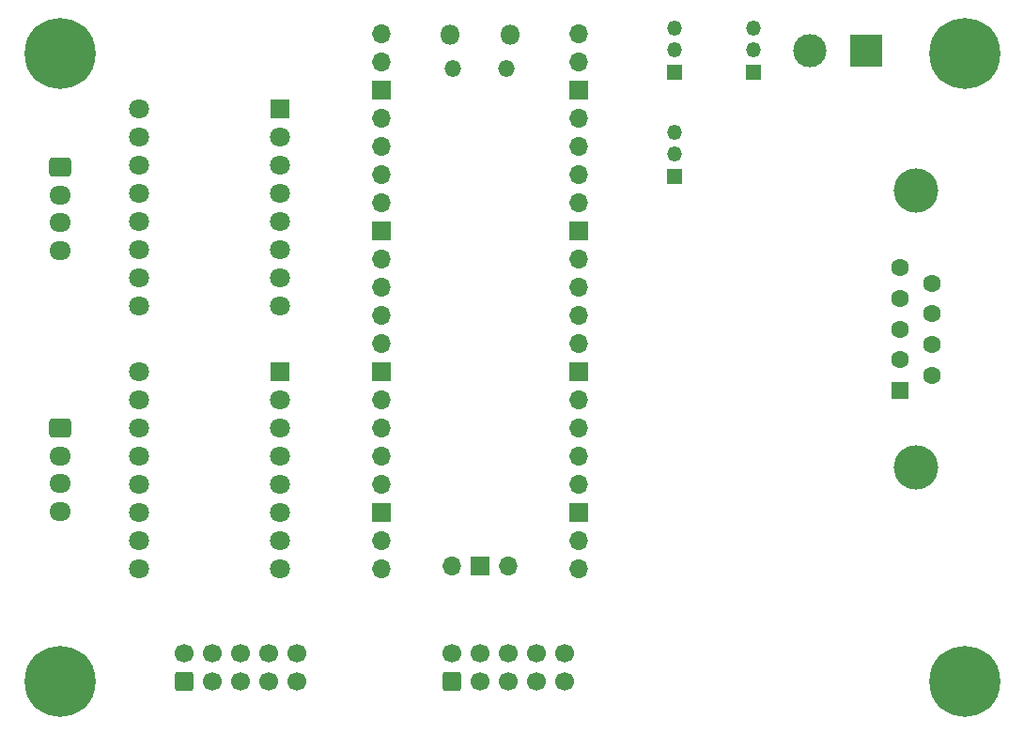
<source format=gbr>
%TF.GenerationSoftware,KiCad,Pcbnew,(7.0.0)*%
%TF.CreationDate,2023-04-01T02:11:53+13:00*%
%TF.ProjectId,pico_expansion_board,7069636f-5f65-4787-9061-6e73696f6e5f,rev?*%
%TF.SameCoordinates,Original*%
%TF.FileFunction,Soldermask,Bot*%
%TF.FilePolarity,Negative*%
%FSLAX46Y46*%
G04 Gerber Fmt 4.6, Leading zero omitted, Abs format (unit mm)*
G04 Created by KiCad (PCBNEW (7.0.0)) date 2023-04-01 02:11:53*
%MOMM*%
%LPD*%
G01*
G04 APERTURE LIST*
G04 Aperture macros list*
%AMRoundRect*
0 Rectangle with rounded corners*
0 $1 Rounding radius*
0 $2 $3 $4 $5 $6 $7 $8 $9 X,Y pos of 4 corners*
0 Add a 4 corners polygon primitive as box body*
4,1,4,$2,$3,$4,$5,$6,$7,$8,$9,$2,$3,0*
0 Add four circle primitives for the rounded corners*
1,1,$1+$1,$2,$3*
1,1,$1+$1,$4,$5*
1,1,$1+$1,$6,$7*
1,1,$1+$1,$8,$9*
0 Add four rect primitives between the rounded corners*
20,1,$1+$1,$2,$3,$4,$5,0*
20,1,$1+$1,$4,$5,$6,$7,0*
20,1,$1+$1,$6,$7,$8,$9,0*
20,1,$1+$1,$8,$9,$2,$3,0*%
G04 Aperture macros list end*
%ADD10R,1.350000X1.350000*%
%ADD11O,1.350000X1.350000*%
%ADD12C,6.400000*%
%ADD13C,4.000000*%
%ADD14R,1.600000X1.600000*%
%ADD15C,1.600000*%
%ADD16RoundRect,0.250000X0.600000X-0.600000X0.600000X0.600000X-0.600000X0.600000X-0.600000X-0.600000X0*%
%ADD17C,1.700000*%
%ADD18R,3.000000X3.000000*%
%ADD19C,3.000000*%
%ADD20RoundRect,0.250000X-0.725000X0.600000X-0.725000X-0.600000X0.725000X-0.600000X0.725000X0.600000X0*%
%ADD21O,1.950000X1.700000*%
%ADD22O,1.800000X1.800000*%
%ADD23O,1.500000X1.500000*%
%ADD24O,1.700000X1.700000*%
%ADD25R,1.700000X1.700000*%
%ADD26R,1.800000X1.800000*%
%ADD27C,1.800000*%
G04 APERTURE END LIST*
D10*
%TO.C,JP7*%
X130555999Y-90359999D03*
D11*
X130555999Y-88359999D03*
X130555999Y-86359999D03*
%TD*%
D10*
%TO.C,JP6*%
X137667999Y-80961999D03*
D11*
X137667999Y-78961999D03*
X137667999Y-76961999D03*
%TD*%
D10*
%TO.C,JP5*%
X130555999Y-80961999D03*
D11*
X130555999Y-78961999D03*
X130555999Y-76961999D03*
%TD*%
D12*
%TO.C,H4*%
X156718000Y-135890000D03*
%TD*%
D13*
%TO.C,J6*%
X152331669Y-116650000D03*
X152331669Y-91650000D03*
D14*
X150911668Y-109689999D03*
D15*
X150911669Y-106920000D03*
X150911669Y-104150000D03*
X150911669Y-101380000D03*
X150911669Y-98610000D03*
X153751669Y-108305000D03*
X153751669Y-105535000D03*
X153751669Y-102765000D03*
X153751669Y-99995000D03*
%TD*%
D12*
%TO.C,H2*%
X75184000Y-79248000D03*
%TD*%
%TO.C,H3*%
X156718000Y-79248000D03*
%TD*%
D16*
%TO.C,J8*%
X110490000Y-135890000D03*
D17*
X110490000Y-133350000D03*
X113030000Y-135890000D03*
X113030000Y-133350000D03*
X115570000Y-135890000D03*
X115570000Y-133350000D03*
X118110000Y-135890000D03*
X118110000Y-133350000D03*
X120650000Y-135890000D03*
X120650000Y-133350000D03*
%TD*%
D18*
%TO.C,J1*%
X147827999Y-78993999D03*
D19*
X142748000Y-78994000D03*
%TD*%
D12*
%TO.C,H1*%
X75184000Y-135890000D03*
%TD*%
D20*
%TO.C,J4*%
X75184000Y-89528000D03*
D21*
X75183999Y-92027999D03*
X75183999Y-94527999D03*
X75183999Y-97027999D03*
%TD*%
D20*
%TO.C,J5*%
X75184000Y-113070000D03*
D21*
X75183999Y-115569999D03*
X75183999Y-118069999D03*
X75183999Y-120569999D03*
%TD*%
D22*
%TO.C,U2*%
X110304999Y-77599999D03*
D23*
X110604999Y-80629999D03*
X115454999Y-80629999D03*
D22*
X115754999Y-77599999D03*
D24*
X104139999Y-77469999D03*
X104139999Y-80009999D03*
D25*
X104139999Y-82549999D03*
D24*
X104139999Y-85089999D03*
X104139999Y-87629999D03*
X104139999Y-90169999D03*
X104139999Y-92709999D03*
D25*
X104139999Y-95249999D03*
D24*
X104139999Y-97789999D03*
X104139999Y-100329999D03*
X104139999Y-102869999D03*
X104139999Y-105409999D03*
D25*
X104139999Y-107949999D03*
D24*
X104139999Y-110489999D03*
X104139999Y-113029999D03*
X104139999Y-115569999D03*
X104139999Y-118109999D03*
D25*
X104139999Y-120649999D03*
D24*
X104139999Y-123189999D03*
X104139999Y-125729999D03*
X121919999Y-125729999D03*
X121919999Y-123189999D03*
D25*
X121919999Y-120649999D03*
D24*
X121919999Y-118109999D03*
X121919999Y-115569999D03*
X121919999Y-113029999D03*
X121919999Y-110489999D03*
D25*
X121919999Y-107949999D03*
D24*
X121919999Y-105409999D03*
X121919999Y-102869999D03*
X121919999Y-100329999D03*
X121919999Y-97789999D03*
D25*
X121919999Y-95249999D03*
D24*
X121919999Y-92709999D03*
X121919999Y-90169999D03*
X121919999Y-87629999D03*
X121919999Y-85089999D03*
D25*
X121919999Y-82549999D03*
D24*
X121919999Y-80009999D03*
X121919999Y-77469999D03*
X110489999Y-125499999D03*
D25*
X113029999Y-125499999D03*
D24*
X115569999Y-125499999D03*
%TD*%
D16*
%TO.C,J9*%
X86360000Y-135890000D03*
D17*
X86360000Y-133350000D03*
X88900000Y-135890000D03*
X88900000Y-133350000D03*
X91440000Y-135890000D03*
X91440000Y-133350000D03*
X93980000Y-135890000D03*
X93980000Y-133350000D03*
X96520000Y-135890000D03*
X96520000Y-133350000D03*
%TD*%
D26*
%TO.C,J3*%
X94995999Y-107949999D03*
D27*
X94996000Y-110490000D03*
X94996000Y-113030000D03*
X94996000Y-115570000D03*
X94996000Y-118110000D03*
X94996000Y-120650000D03*
X94996000Y-123190000D03*
X94996000Y-125730000D03*
X82296000Y-125730000D03*
X82296000Y-123190000D03*
X82296000Y-120650000D03*
X82296000Y-118110000D03*
X82296000Y-115570000D03*
X82296000Y-113030000D03*
X82296000Y-110490000D03*
X82296000Y-107950000D03*
%TD*%
D26*
%TO.C,J2*%
X94995999Y-84259999D03*
D27*
X94996000Y-86800000D03*
X94996000Y-89340000D03*
X94996000Y-91880000D03*
X94996000Y-94420000D03*
X94996000Y-96960000D03*
X94996000Y-99500000D03*
X94996000Y-102040000D03*
X82296000Y-102040000D03*
X82296000Y-99500000D03*
X82296000Y-96960000D03*
X82296000Y-94420000D03*
X82296000Y-91880000D03*
X82296000Y-89340000D03*
X82296000Y-86800000D03*
X82296000Y-84260000D03*
%TD*%
M02*

</source>
